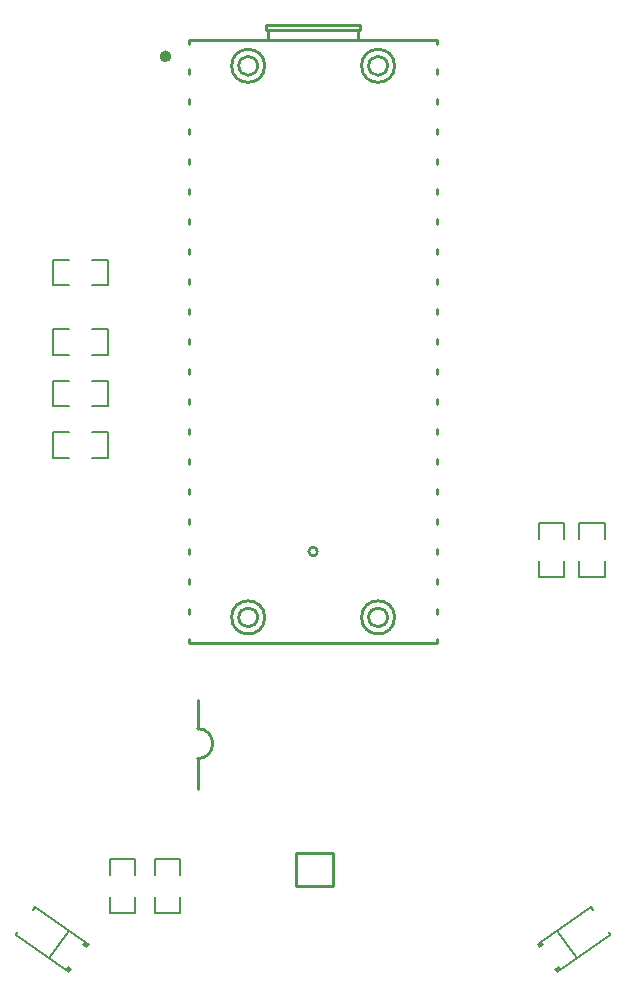
<source format=gto>
G04 Layer: TopSilkscreenLayer*
G04 EasyEDA v6.5.50, 2025-08-14 22:33:42*
G04 e75713753cb845a6aa3ca86cf9a0bac9,7f6f5378126b4d5b8a4b95b5ffd06442,10*
G04 Gerber Generator version 0.2*
G04 Scale: 100 percent, Rotated: No, Reflected: No *
G04 Dimensions in millimeters *
G04 leading zeros omitted , absolute positions ,4 integer and 5 decimal *
%FSLAX45Y45*%
%MOMM*%

%ADD10C,0.2540*%
%ADD11C,0.1524*%
%ADD12C,0.2500*%
%ADD13C,0.5000*%
%ADD14C,0.0160*%

%LPD*%
G36*
X-2078786Y-3510381D02*
G01*
X-2102256Y-3543604D01*
X-2064816Y-3569817D01*
X-2041448Y-3537102D01*
G37*
G36*
X-1930450Y-3297021D02*
G01*
X-1953869Y-3330295D01*
X-1916430Y-3356508D01*
X-1893062Y-3323793D01*
G37*
G36*
X1929892Y-3298088D02*
G01*
X1892452Y-3324301D01*
X1915210Y-3357422D01*
X1953107Y-3331464D01*
G37*
G36*
X2079599Y-3510432D02*
G01*
X2042160Y-3536696D01*
X2064918Y-3569817D01*
X2102815Y-3543808D01*
G37*
D10*
X-977897Y-1752600D02*
G01*
X-977897Y-2006600D01*
X-977897Y-1498600D02*
G01*
X-977897Y-1257300D01*
D11*
X-2231892Y-3443505D02*
G01*
X-2068283Y-3209851D01*
X-2091634Y-3541720D02*
G01*
X-2516964Y-3243897D01*
X-2367495Y-3030933D02*
G01*
X-2354320Y-3010954D01*
X-2516964Y-3243897D02*
G01*
X-2503792Y-3223917D01*
X-1928025Y-3308062D02*
G01*
X-2353355Y-3010240D01*
X2068288Y-3210471D02*
G01*
X2231897Y-3444128D01*
X1928030Y-3308682D02*
G01*
X2353363Y-3010860D01*
X2502359Y-3224156D02*
G01*
X2516629Y-3243369D01*
X2353363Y-3010860D02*
G01*
X2367630Y-3030072D01*
X2091636Y-3542339D02*
G01*
X2516969Y-3244517D01*
X-1873379Y2254290D02*
G01*
X-1737387Y2254290D01*
X-1737387Y2470109D01*
X-1873379Y2470109D01*
X-2063620Y2254290D02*
G01*
X-2199612Y2254290D01*
X-2199612Y2470109D01*
X-2063620Y2470109D01*
X2127209Y107820D02*
G01*
X2127209Y243812D01*
X1911390Y243812D01*
X1911390Y107820D01*
X2127209Y-82420D02*
G01*
X2127209Y-218412D01*
X1911390Y-218412D01*
X1911390Y-82420D01*
X-1873379Y1665859D02*
G01*
X-1737387Y1665859D01*
X-1737387Y1881677D01*
X-1873379Y1881677D01*
X-2063620Y1665859D02*
G01*
X-2199612Y1665859D01*
X-2199612Y1881677D01*
X-2063620Y1881677D01*
X2254290Y-82420D02*
G01*
X2254290Y-218412D01*
X2470109Y-218412D01*
X2470109Y-82420D01*
X2254290Y107820D02*
G01*
X2254290Y243812D01*
X2470109Y243812D01*
X2470109Y107820D01*
X-1873379Y1229822D02*
G01*
X-1737387Y1229822D01*
X-1737387Y1445640D01*
X-1873379Y1445640D01*
X-2063620Y1229822D02*
G01*
X-2199612Y1229822D01*
X-2199612Y1445640D01*
X-2063620Y1445640D01*
X-2063620Y1009609D02*
G01*
X-2199612Y1009609D01*
X-2199612Y793790D01*
X-2063620Y793790D01*
X-1873379Y1009609D02*
G01*
X-1737387Y1009609D01*
X-1737387Y793790D01*
X-1873379Y793790D01*
X-1504990Y-2736979D02*
G01*
X-1504990Y-2600987D01*
X-1720809Y-2600987D01*
X-1720809Y-2736979D01*
X-1504990Y-2927220D02*
G01*
X-1504990Y-3063212D01*
X-1720809Y-3063212D01*
X-1720809Y-2927220D01*
D10*
X1049985Y4294098D02*
G01*
X1049985Y4327977D01*
X1049997Y4327994D02*
G01*
X-1049997Y4327994D01*
X-1049997Y4294113D01*
X399956Y4457979D02*
G01*
X399956Y4417964D01*
X-400034Y4417964D01*
X-400034Y4457979D01*
X-380898Y4417964D02*
G01*
X-380898Y4330524D01*
X-383446Y4327977D01*
X380250Y4417964D02*
G01*
X380250Y4327977D01*
X399956Y4457979D02*
G01*
X-400034Y4457979D01*
X1049997Y4040113D02*
G01*
X1049997Y4087886D01*
X1049997Y3786113D02*
G01*
X1049997Y3833886D01*
X1049997Y3532113D02*
G01*
X1049997Y3579886D01*
X1049997Y3278113D02*
G01*
X1049997Y3325886D01*
X1049997Y3024113D02*
G01*
X1049997Y3071886D01*
X1049997Y2770113D02*
G01*
X1049997Y2817886D01*
X1049997Y2516113D02*
G01*
X1049997Y2563886D01*
X1049997Y2262113D02*
G01*
X1049997Y2309886D01*
X1049997Y2008113D02*
G01*
X1049997Y2055886D01*
X1049997Y1754113D02*
G01*
X1049997Y1801886D01*
X1049997Y1500113D02*
G01*
X1049997Y1547886D01*
X1049997Y1246113D02*
G01*
X1049997Y1293886D01*
X1049997Y992113D02*
G01*
X1049997Y1039886D01*
X1049997Y738113D02*
G01*
X1049997Y785886D01*
X1049997Y484113D02*
G01*
X1049997Y531886D01*
X1049997Y230113D02*
G01*
X1049997Y277886D01*
X1049997Y-23886D02*
G01*
X1049997Y23886D01*
X1049997Y-277886D02*
G01*
X1049997Y-230113D01*
X1049997Y-531886D02*
G01*
X1049997Y-484113D01*
X-1049997Y-738113D02*
G01*
X-1049997Y-771994D01*
X1049997Y-771994D01*
X1049997Y-738113D01*
X-1049997Y-484113D02*
G01*
X-1049997Y-531886D01*
X-1049997Y-230113D02*
G01*
X-1049997Y-277886D01*
X-1049997Y23886D02*
G01*
X-1049997Y-23886D01*
X-1049997Y277886D02*
G01*
X-1049997Y230113D01*
X-1049997Y531886D02*
G01*
X-1049997Y484113D01*
X-1049997Y785886D02*
G01*
X-1049997Y738113D01*
X-1049997Y1039886D02*
G01*
X-1049997Y992113D01*
X-1049997Y1293886D02*
G01*
X-1049997Y1246113D01*
X-1049997Y1547886D02*
G01*
X-1049997Y1500113D01*
X-1049997Y1801886D02*
G01*
X-1049997Y1754113D01*
X-1049997Y2055886D02*
G01*
X-1049997Y2008113D01*
X-1049997Y2309886D02*
G01*
X-1049997Y2262113D01*
X-1049997Y2563886D02*
G01*
X-1049997Y2516113D01*
X-1049997Y2817886D02*
G01*
X-1049997Y2770113D01*
X-1049997Y3071886D02*
G01*
X-1049997Y3024113D01*
X-1049997Y3325886D02*
G01*
X-1049997Y3278113D01*
X-1049997Y3579886D02*
G01*
X-1049997Y3532113D01*
X-1049997Y3833886D02*
G01*
X-1049997Y3786113D01*
X-1049997Y4087886D02*
G01*
X-1049997Y4040113D01*
D11*
X-1123990Y-2736979D02*
G01*
X-1123990Y-2600987D01*
X-1339809Y-2600987D01*
X-1339809Y-2736979D01*
X-1123990Y-2927220D02*
G01*
X-1123990Y-3063212D01*
X-1339809Y-3063212D01*
X-1339809Y-2927220D01*
D12*
X-147294Y-2552395D02*
G01*
X172694Y-2552395D01*
X172694Y-2832404D01*
X-147294Y-2832404D01*
X-147294Y-2552395D01*
D10*
G75*
G01*
X-977897Y-1752600D02*
G03*
X-977897Y-1498600I0J127000D01*
G75*
G01
X35916Y0D02*
G03X35916Y0I-35916J0D01*
G75*
G01
X35916Y0D02*
G03X35916Y0I-35916J0D01*
G75*
G01
X35916Y0D02*
G03X35916Y0I-35916J0D01*
G75*
G01
X35916Y0D02*
G03X35916Y0I-35916J0D01*
G75*
G01
X35916Y0D02*
G03X35916Y0I-35916J0D01*
G75*
G01
X35916Y0D02*
G03X35916Y0I-35916J0D01*
G75*
G01
X35916Y0D02*
G03X35916Y0I-35916J0D01*
G75*
G01
X35916Y0D02*
G03X35916Y0I-35916J0D01*
G75*
G01
X35916Y0D02*
G03X35916Y0I-35916J0D01*
G75*
G01
X-470002Y4112997D02*
G03X-470002Y4112997I-80010J0D01*
G75*
G01
X-410007Y4112997D02*
G03X-410007Y4112997I-140005J0D01*
G75*
G01
X629996Y4112997D02*
G03X629996Y4112997I-80010J0D01*
G75*
G01
X689991Y4112997D02*
G03X689991Y4112997I-140005J0D01*
G75*
G01
X-410007Y-556997D02*
G03X-410007Y-556997I-140005J0D01*
G75*
G01
X-470002Y-556997D02*
G03X-470002Y-556997I-80010J0D01*
G75*
G01
X689991Y-556997D02*
G03X689991Y-556997I-140005J0D01*
G75*
G01
X629996Y-556997D02*
G03X629996Y-556997I-80010J0D01*
D13*
G75*
G01
X-1225017Y4192981D02*
G03X-1225017Y4192981I-24994J0D01*
D10*
G75*
G01
X35916Y0D02*
G03X35916Y0I-35916J0D01*
M02*

</source>
